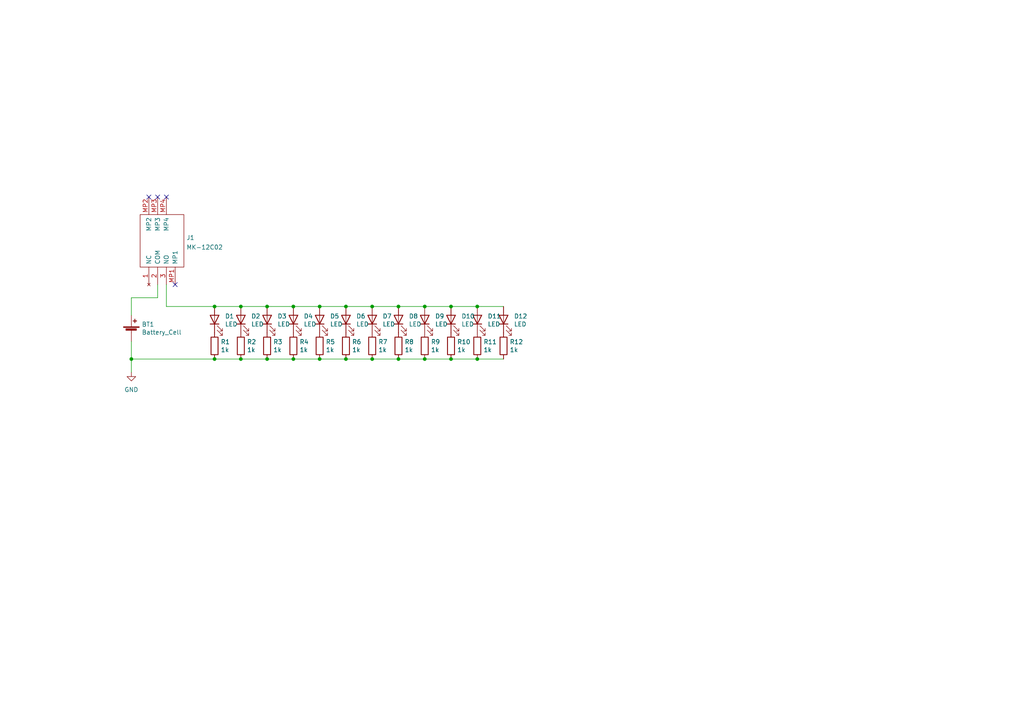
<source format=kicad_sch>
(kicad_sch (version 20230121) (generator eeschema)
  (paper "A4")
  (lib_symbols
    (symbol "Device:Battery_Cell" (pin_numbers hide) (pin_names (offset 0) hide)
      (property "Reference" "BT" (at 2.54 2.54 0))
      (property "Value" "Battery_Cell" (at 2.54 0 0))
      (symbol "Battery_Cell_0_1"
        (rectangle (start -2.286 1.778) (end 2.286 1.524) (fill (type outline)))
        (rectangle (start -1.5748 1.1938) (end 1.4732 0.6858) (fill (type outline)))
        (polyline (pts (xy 0 0.762) (xy 0 0)))
        (polyline (pts (xy 0 1.778) (xy 0 2.54)))
        (polyline (pts (xy 0.508 3.429) (xy 1.524 3.429)) (stroke (width 0.254)))
        (polyline (pts (xy 1.016 3.937) (xy 1.016 2.921)) (stroke (width 0.254)))
      )
      (symbol "Battery_Cell_1_1"
        (pin passive line (at 0 5.08 270) (length 2.54) (name "+") (number "1"))
        (pin passive line (at 0 -2.54 90) (length 2.54) (name "-") (number "2"))
      )
    )
    (symbol "Device:LED" (pin_numbers hide) (pin_names (offset 1.016) hide)
      (property "Reference" "D" (at 0 2.54 0))
      (property "Value" "LED" (at 0 -2.54 0))
      (symbol "LED_0_1"
        (polyline (pts (xy -1.27 -1.27) (xy -1.27 1.27)) (stroke (width 0.254)))
        (polyline (pts (xy -1.27 0) (xy 1.27 0)))
        (polyline (pts (xy 1.27 -1.27) (xy 1.27 1.27) (xy -1.27 0) (xy 1.27 -1.27)) (stroke (width 0.254)))
        (polyline (pts (xy -3.048 -0.762) (xy -4.572 -2.286) (xy -3.81 -2.286) (xy -4.572 -2.286) (xy -4.572 -1.524)))
        (polyline (pts (xy -1.778 -0.762) (xy -3.302 -2.286) (xy -2.54 -2.286) (xy -3.302 -2.286) (xy -3.302 -1.524)))
      )
      (symbol "LED_1_1"
        (pin passive line (at -3.81 0 0) (length 2.54) (name "K") (number "1"))
        (pin passive line (at 3.81 0 180) (length 2.54) (name "A") (number "2"))
      )
    )
    (symbol "Device:R" (pin_numbers hide) (pin_names (offset 0))
      (property "Reference" "R" (at 2.032 0 90))
      (property "Value" "R" (at 0 0 90))
      (symbol "R_0_1"
        (rectangle (start -1.016 -2.54) (end 1.016 2.54) (stroke (width 0.254)))
      )
      (symbol "R_1_1"
        (pin passive line (at 0 3.81 270) (length 1.27) (name "~") (number "1"))
        (pin passive line (at 0 -3.81 90) (length 1.27) (name "~") (number "2"))
      )
    )
    (symbol "MK-12C02:MK-12C02" (pin_names (offset 0.762))
      (property "Reference" "J" (at 21.59 7.62 0))
      (property "Value" "MK-12C02" (at 21.59 5.08 0))
      (symbol "MK-12C02_0_0"
        (pin no_connect line (at 0 0 0) (length 5.08) (name "NC") (number "1"))
        (pin passive line (at 0 -2.54 0) (length 5.08) (name "COM") (number "2"))
        (pin passive line (at 0 -5.08 0) (length 5.08) (name "NO") (number "3"))
        (pin passive line (at 0 -7.62 0) (length 5.08) (name "MP1") (number "MP1"))
        (pin passive line (at 25.4 0 180) (length 5.08) (name "MP2") (number "MP2"))
        (pin passive line (at 25.4 -2.54 180) (length 5.08) (name "MP3") (number "MP3"))
        (pin passive line (at 25.4 -5.08 180) (length 5.08) (name "MP4") (number "MP4"))
      )
      (symbol "MK-12C02_0_1"
        (polyline (pts (xy 5.08 2.54) (xy 20.32 2.54) (xy 20.32 -10.16) (xy 5.08 -10.16) (xy 5.08 2.54)) (stroke (width 0.1524)))
      )
    )
    (symbol "power:GND" (power) (pin_names (offset 0))
      (property "Value" "GND" (at 0 -3.81 0))
      (symbol "GND_0_1"
        (polyline (pts (xy 0 0) (xy 0 -1.27) (xy 1.27 -1.27) (xy 0 -2.54) (xy -1.27 -1.27) (xy 0 -1.27)))
      )
      (symbol "GND_1_1"
        (pin power_in line (at 0 0 270) (length 0) hide (name "GND") (number "1"))
      )
    )
  )
  (junction (at 138.43 104.14))
  (junction (at 100.33 104.14))
  (junction (at 115.57 104.14))
  (junction (at 130.81 104.14))
  (junction (at 77.47 104.14))
  (junction (at 107.95 88.9))
  (junction (at 115.57 88.9))
  (junction (at 138.43 88.9))
  (junction (at 92.71 104.14))
  (junction (at 69.85 104.14))
  (junction (at 77.47 88.9))
  (junction (at 100.33 88.9))
  (junction (at 38.1 104.14))
  (junction (at 62.23 104.14))
  (junction (at 123.19 88.9))
  (junction (at 107.95 104.14))
  (junction (at 85.09 88.9))
  (junction (at 92.71 88.9))
  (junction (at 69.85 88.9))
  (junction (at 62.23 88.9))
  (junction (at 130.81 88.9))
  (junction (at 85.09 104.14))
  (junction (at 123.19 104.14))
  (no_connect (at 43.18 57.15))
  (no_connect (at 50.8 82.55))
  (no_connect (at 45.72 57.15))
  (no_connect (at 48.26 57.15))
  (wire (pts (xy 123.19 104.14) (xy 115.57 104.14)))
  (wire (pts (xy 92.71 104.14) (xy 85.09 104.14)))
  (wire (pts (xy 115.57 104.14) (xy 107.95 104.14)))
  (wire (pts (xy 69.85 104.14) (xy 62.23 104.14)))
  (wire (pts (xy 48.26 82.55) (xy 48.26 88.9)))
  (wire (pts (xy 45.72 82.55) (xy 45.72 86.36)))
  (wire (pts (xy 85.09 88.9) (xy 92.71 88.9)))
  (wire (pts (xy 38.1 104.14) (xy 62.23 104.14)))
  (wire (pts (xy 100.33 88.9) (xy 107.95 88.9)))
  (wire (pts (xy 92.71 88.9) (xy 100.33 88.9)))
  (wire (pts (xy 77.47 88.9) (xy 85.09 88.9)))
  (wire (pts (xy 48.26 88.9) (xy 62.23 88.9)))
  (wire (pts (xy 62.23 88.9) (xy 69.85 88.9)))
  (wire (pts (xy 130.81 88.9) (xy 138.43 88.9)))
  (wire (pts (xy 69.85 88.9) (xy 77.47 88.9)))
  (wire (pts (xy 38.1 86.36) (xy 38.1 91.44)))
  (wire (pts (xy 138.43 88.9) (xy 146.05 88.9)))
  (wire (pts (xy 38.1 107.95) (xy 38.1 104.14)))
  (wire (pts (xy 38.1 86.36) (xy 45.72 86.36)))
  (wire (pts (xy 38.1 99.06) (xy 38.1 104.14)))
  (wire (pts (xy 85.09 104.14) (xy 77.47 104.14)))
  (wire (pts (xy 107.95 104.14) (xy 100.33 104.14)))
  (wire (pts (xy 138.43 104.14) (xy 130.81 104.14)))
  (wire (pts (xy 115.57 88.9) (xy 123.19 88.9)))
  (wire (pts (xy 107.95 88.9) (xy 115.57 88.9)))
  (wire (pts (xy 146.05 104.14) (xy 138.43 104.14)))
  (wire (pts (xy 123.19 88.9) (xy 130.81 88.9)))
  (wire (pts (xy 100.33 104.14) (xy 92.71 104.14)))
  (wire (pts (xy 130.81 104.14) (xy 123.19 104.14)))
  (wire (pts (xy 77.47 104.14) (xy 69.85 104.14)))
  (symbol (lib_id "Device:Battery_Cell") (at 38.1 96.52 0) (unit 1)
    (property "Reference" "BT1" (at 41.0972 94.0816 0) (effects (justify left)))
    (property "Value" "Battery_Cell" (at 41.0972 96.393 0) (effects (justify left)))
    (property "Footprint" "user-footprints:CR2032_holder_ali" (effects hide))
  )
  (symbol (lib_id "Device:LED") (at 62.23 92.71 90) (unit 1)
    (property "Reference" "D1" (at 65.2272 91.7194 90) (effects (justify right)))
    (property "Value" "LED" (at 65.2272 94.0308 90) (effects (justify right)))
    (property "Footprint" "LED_SMD:LED_0805_2012Metric_Pad1.15x1.40mm_HandSolder" (effects hide))
  )
  (symbol (lib_id "Device:LED") (at 69.85 92.71 90) (unit 1)
    (property "Reference" "D2" (at 72.8472 91.7194 90) (effects (justify right)))
    (property "Value" "LED" (at 72.8472 94.0308 90) (effects (justify right)))
    (property "Footprint" "LED_SMD:LED_0805_2012Metric_Pad1.15x1.40mm_HandSolder" (effects hide))
  )
  (symbol (lib_id "Device:LED") (at 77.47 92.71 90) (unit 1)
    (property "Reference" "D3" (at 80.4672 91.7194 90) (effects (justify right)))
    (property "Value" "LED" (at 80.4672 94.0308 90) (effects (justify right)))
    (property "Footprint" "LED_SMD:LED_0805_2012Metric_Pad1.15x1.40mm_HandSolder" (effects hide))
  )
  (symbol (lib_id "Device:LED") (at 85.09 92.71 90) (unit 1)
    (property "Reference" "D4" (at 88.0872 91.7194 90) (effects (justify right)))
    (property "Value" "LED" (at 88.0872 94.0308 90) (effects (justify right)))
    (property "Footprint" "LED_SMD:LED_0805_2012Metric_Pad1.15x1.40mm_HandSolder" (effects hide))
  )
  (symbol (lib_id "Device:LED") (at 92.71 92.71 90) (unit 1)
    (property "Reference" "D5" (at 95.7072 91.7194 90) (effects (justify right)))
    (property "Value" "LED" (at 95.7072 94.0308 90) (effects (justify right)))
    (property "Footprint" "LED_SMD:LED_0805_2012Metric_Pad1.15x1.40mm_HandSolder" (effects hide))
  )
  (symbol (lib_id "Device:LED") (at 100.33 92.71 90) (unit 1)
    (property "Reference" "D6" (at 103.3272 91.7194 90) (effects (justify right)))
    (property "Value" "LED" (at 103.3272 94.0308 90) (effects (justify right)))
    (property "Footprint" "LED_SMD:LED_0805_2012Metric_Pad1.15x1.40mm_HandSolder" (effects hide))
  )
  (symbol (lib_id "Device:LED") (at 107.95 92.71 90) (unit 1)
    (property "Reference" "D7" (at 110.9472 91.7194 90) (effects (justify right)))
    (property "Value" "LED" (at 110.9472 94.0308 90) (effects (justify right)))
    (property "Footprint" "LED_SMD:LED_0805_2012Metric_Pad1.15x1.40mm_HandSolder" (effects hide))
  )
  (symbol (lib_id "Device:LED") (at 115.57 92.71 90) (unit 1)
    (property "Reference" "D8" (at 118.5672 91.7194 90) (effects (justify right)))
    (property "Value" "LED" (at 118.5672 94.0308 90) (effects (justify right)))
    (property "Footprint" "LED_SMD:LED_0805_2012Metric_Pad1.15x1.40mm_HandSolder" (effects hide))
  )
  (symbol (lib_id "Device:LED") (at 123.19 92.71 90) (unit 1)
    (property "Reference" "D9" (at 126.1872 91.7194 90) (effects (justify right)))
    (property "Value" "LED" (at 126.1872 94.0308 90) (effects (justify right)))
    (property "Footprint" "LED_SMD:LED_0805_2012Metric_Pad1.15x1.40mm_HandSolder" (effects hide))
  )
  (symbol (lib_id "Device:LED") (at 130.81 92.71 90) (unit 1)
    (property "Reference" "D10" (at 133.8072 91.7194 90) (effects (justify right)))
    (property "Value" "LED" (at 133.8072 94.0308 90) (effects (justify right)))
    (property "Footprint" "LED_SMD:LED_0805_2012Metric_Pad1.15x1.40mm_HandSolder" (effects hide))
  )
  (symbol (lib_id "Device:LED") (at 138.43 92.71 90) (unit 1)
    (property "Reference" "D11" (at 141.4272 91.7194 90) (effects (justify right)))
    (property "Value" "LED" (at 141.4272 94.0308 90) (effects (justify right)))
    (property "Footprint" "LED_SMD:LED_0805_2012Metric_Pad1.15x1.40mm_HandSolder" (effects hide))
  )
  (symbol (lib_id "Device:LED") (at 146.05 92.71 90) (unit 1)
    (property "Reference" "D12" (at 149.0472 91.7194 90) (effects (justify right)))
    (property "Value" "LED" (at 149.0472 94.0308 90) (effects (justify right)))
    (property "Footprint" "LED_SMD:LED_0805_2012Metric_Pad1.15x1.40mm_HandSolder" (effects hide))
  )
  (symbol (lib_id "Device:R") (at 62.23 100.33 0) (unit 1)
    (property "Reference" "R1" (at 64.008 99.1616 0) (effects (justify left)))
    (property "Value" "1k" (at 64.008 101.473 0) (effects (justify left)))
    (property "Footprint" "Resistor_SMD:R_0805_2012Metric_Pad1.20x1.40mm_HandSolder" (effects hide))
  )
  (symbol (lib_id "Device:R") (at 69.85 100.33 0) (unit 1)
    (property "Reference" "R2" (at 71.628 99.1616 0) (effects (justify left)))
    (property "Value" "1k" (at 71.628 101.473 0) (effects (justify left)))
    (property "Footprint" "Resistor_SMD:R_0805_2012Metric_Pad1.20x1.40mm_HandSolder" (effects hide))
  )
  (symbol (lib_id "Device:R") (at 77.47 100.33 0) (unit 1)
    (property "Reference" "R3" (at 79.248 99.1616 0) (effects (justify left)))
    (property "Value" "1k" (at 79.248 101.473 0) (effects (justify left)))
    (property "Footprint" "Resistor_SMD:R_0805_2012Metric_Pad1.20x1.40mm_HandSolder" (effects hide))
  )
  (symbol (lib_id "Device:R") (at 85.09 100.33 0) (unit 1)
    (property "Reference" "R4" (at 86.868 99.1616 0) (effects (justify left)))
    (property "Value" "1k" (at 86.868 101.473 0) (effects (justify left)))
    (property "Footprint" "Resistor_SMD:R_0805_2012Metric_Pad1.20x1.40mm_HandSolder" (effects hide))
  )
  (symbol (lib_id "Device:R") (at 92.71 100.33 0) (unit 1)
    (property "Reference" "R5" (at 94.488 99.1616 0) (effects (justify left)))
    (property "Value" "1k" (at 94.488 101.473 0) (effects (justify left)))
    (property "Footprint" "Resistor_SMD:R_0805_2012Metric_Pad1.20x1.40mm_HandSolder" (effects hide))
  )
  (symbol (lib_id "Device:R") (at 100.33 100.33 0) (unit 1)
    (property "Reference" "R6" (at 102.108 99.1616 0) (effects (justify left)))
    (property "Value" "1k" (at 102.108 101.473 0) (effects (justify left)))
    (property "Footprint" "Resistor_SMD:R_0805_2012Metric_Pad1.20x1.40mm_HandSolder" (effects hide))
  )
  (symbol (lib_id "Device:R") (at 107.95 100.33 0) (unit 1)
    (property "Reference" "R7" (at 109.728 99.1616 0) (effects (justify left)))
    (property "Value" "1k" (at 109.728 101.473 0) (effects (justify left)))
    (property "Footprint" "Resistor_SMD:R_0805_2012Metric_Pad1.20x1.40mm_HandSolder" (effects hide))
  )
  (symbol (lib_id "Device:R") (at 115.57 100.33 0) (unit 1)
    (property "Reference" "R8" (at 117.348 99.1616 0) (effects (justify left)))
    (property "Value" "1k" (at 117.348 101.473 0) (effects (justify left)))
    (property "Footprint" "Resistor_SMD:R_0805_2012Metric_Pad1.20x1.40mm_HandSolder" (effects hide))
  )
  (symbol (lib_id "Device:R") (at 123.19 100.33 0) (unit 1)
    (property "Reference" "R9" (at 124.968 99.1616 0) (effects (justify left)))
    (property "Value" "1k" (at 124.968 101.473 0) (effects (justify left)))
    (property "Footprint" "Resistor_SMD:R_0805_2012Metric_Pad1.20x1.40mm_HandSolder" (effects hide))
  )
  (symbol (lib_id "Device:R") (at 130.81 100.33 0) (unit 1)
    (property "Reference" "R10" (at 132.588 99.1616 0) (effects (justify left)))
    (property "Value" "1k" (at 132.588 101.473 0) (effects (justify left)))
    (property "Footprint" "Resistor_SMD:R_0805_2012Metric_Pad1.20x1.40mm_HandSolder" (effects hide))
  )
  (symbol (lib_id "Device:R") (at 138.43 100.33 0) (unit 1)
    (property "Reference" "R11" (at 140.208 99.1616 0) (effects (justify left)))
    (property "Value" "1k" (at 140.208 101.473 0) (effects (justify left)))
    (property "Footprint" "Resistor_SMD:R_0805_2012Metric_Pad1.20x1.40mm_HandSolder" (effects hide))
  )
  (symbol (lib_id "Device:R") (at 146.05 100.33 0) (unit 1)
    (property "Reference" "R12" (at 147.828 99.1616 0) (effects (justify left)))
    (property "Value" "1k" (at 147.828 101.473 0) (effects (justify left)))
    (property "Footprint" "Resistor_SMD:R_0805_2012Metric_Pad1.20x1.40mm_HandSolder" (effects hide))
  )
  (symbol (lib_id "power:GND") (at 38.1 107.95 0) (unit 1)
    (property "Reference" "#PWR01" (effects hide))
    (property "Value" "GND" (at 38.1 113.03 0))
  )
  (symbol (lib_id "MK-12C02:MK-12C02") (at 43.18 82.55 90) (unit 1)
    (property "Reference" "J1" (at 54.0512 68.9415 90) (effects (justify right)))
    (property "Value" "MK-12C02" (at 54.0512 71.7166 90) (effects (justify right)))
    (property "Footprint" "user-footprints:MK12C02" (effects hide))
    (property "Datasheet" "https://statics3.seeedstudio.com/images/opl/datasheet/311030001.pdf" (effects hide))
    (property "Description" "connector" (effects hide))
    (property "Height" "3.3" (effects hide))
    (property "Manufacturer_Name" "XIEJIA ELECTRONICS" (effects hide))
    (property "Manufacturer_Part_Number" "MK-12C02" (effects hide))
  )
)
</source>
